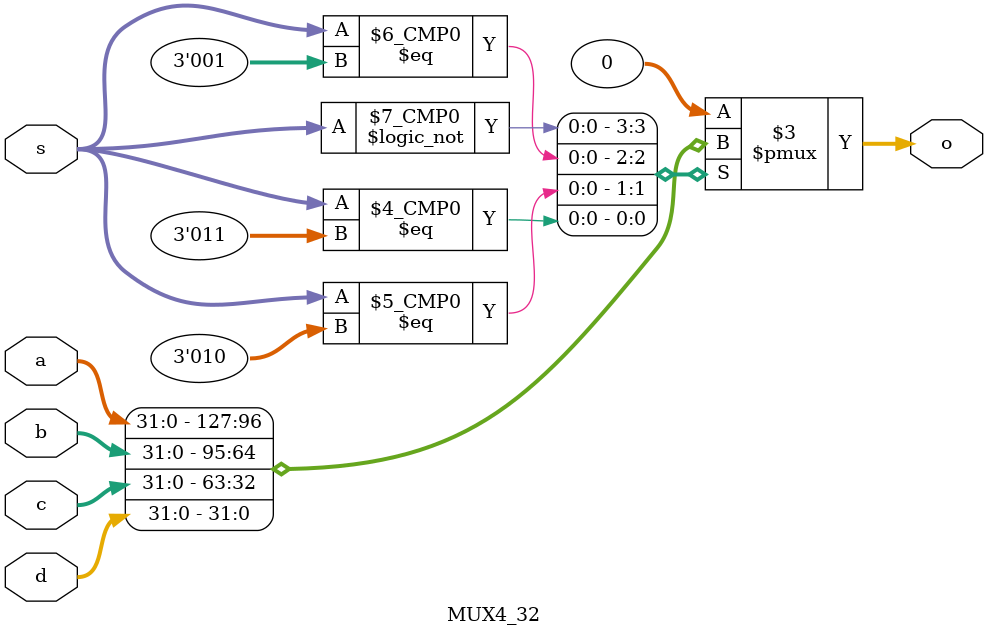
<source format=v>
`timescale 1ns/100ps
module MUX4_32(a, b, c, d, s, o);

  input [31:0] a;
  input [31:0] b;
  input [31:0] c;
  input [31:0] d;
  input [2:0] s;
  
  output [31:0] o;
  
  reg [31:0] o;
  
  always@(*)begin
    case(s)
      3'b000:  o = a;
	  3'b001:  o = b;
      3'b010:  o = c;
      3'b011:  o = d;
	  default:o = 32'b0;
    endcase	
  end
  
endmodule

</source>
